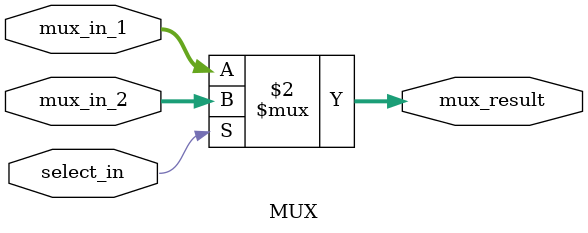
<source format=v>
module MUX #(parameter data_width = 32) ( 
    input [data_width - 1 : 0] mux_in_1, 
	input [data_width - 1 : 0] mux_in_2,
    input select_in,
       	output [data_width - 1: 0] mux_result);
    
    assign mux_result = select_in == 0 ? mux_in_1 : mux_in_2;

endmodule

</source>
